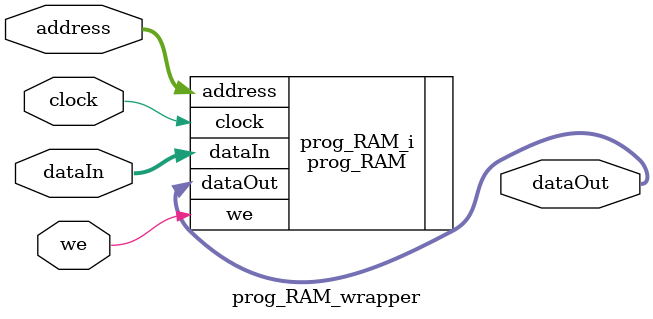
<source format=v>
`timescale 1 ps / 1 ps

module prog_RAM_wrapper
   (address,
    clock,
    dataIn,
    dataOut,
    we);
  input [9:0]address;
  input clock;
  input [7:0]dataIn;
  output [7:0]dataOut;
  input we;

  wire [9:0]address;
  wire clock;
  wire [7:0]dataIn;
  wire [7:0]dataOut;
  wire we;

  prog_RAM prog_RAM_i
       (.address(address),
        .clock(clock),
        .dataIn(dataIn),
        .dataOut(dataOut),
        .we(we));
endmodule

</source>
